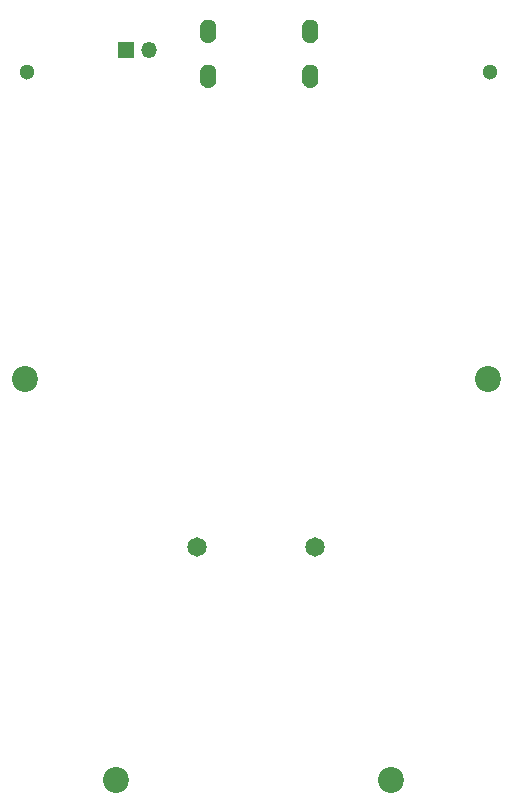
<source format=gbr>
G04 #@! TF.GenerationSoftware,KiCad,Pcbnew,7.0.5*
G04 #@! TF.CreationDate,2023-11-03T09:35:20+00:00*
G04 #@! TF.ProjectId,MaxTENS,4d617854-454e-4532-9e6b-696361645f70,rev?*
G04 #@! TF.SameCoordinates,Original*
G04 #@! TF.FileFunction,Soldermask,Bot*
G04 #@! TF.FilePolarity,Negative*
%FSLAX46Y46*%
G04 Gerber Fmt 4.6, Leading zero omitted, Abs format (unit mm)*
G04 Created by KiCad (PCBNEW 7.0.5) date 2023-11-03 09:35:20*
%MOMM*%
%LPD*%
G01*
G04 APERTURE LIST*
%ADD10C,0.010000*%
%ADD11C,2.200000*%
%ADD12C,1.300000*%
%ADD13C,1.650000*%
%ADD14R,1.350000X1.350000*%
%ADD15O,1.350000X1.350000*%
G04 APERTURE END LIST*
G04 #@! TO.C,J1*
D10*
X227904000Y-45651000D02*
X227938000Y-45654000D01*
X227972000Y-45658000D01*
X228005000Y-45664000D01*
X228038000Y-45672000D01*
X228071000Y-45682000D01*
X228103000Y-45693000D01*
X228134000Y-45706000D01*
X228165000Y-45721000D01*
X228195000Y-45737000D01*
X228224000Y-45755000D01*
X228252000Y-45774000D01*
X228279000Y-45795000D01*
X228305000Y-45817000D01*
X228330000Y-45840000D01*
X228353000Y-45865000D01*
X228375000Y-45891000D01*
X228396000Y-45918000D01*
X228415000Y-45946000D01*
X228433000Y-45975000D01*
X228449000Y-46005000D01*
X228464000Y-46036000D01*
X228477000Y-46067000D01*
X228488000Y-46099000D01*
X228498000Y-46132000D01*
X228506000Y-46165000D01*
X228512000Y-46198000D01*
X228516000Y-46232000D01*
X228519000Y-46266000D01*
X228520000Y-46300000D01*
X228520000Y-46900000D01*
X228519000Y-46934000D01*
X228516000Y-46968000D01*
X228512000Y-47002000D01*
X228506000Y-47035000D01*
X228498000Y-47068000D01*
X228488000Y-47101000D01*
X228477000Y-47133000D01*
X228464000Y-47164000D01*
X228449000Y-47195000D01*
X228433000Y-47225000D01*
X228415000Y-47254000D01*
X228396000Y-47282000D01*
X228375000Y-47309000D01*
X228353000Y-47335000D01*
X228330000Y-47360000D01*
X228305000Y-47383000D01*
X228279000Y-47405000D01*
X228252000Y-47426000D01*
X228224000Y-47445000D01*
X228195000Y-47463000D01*
X228165000Y-47479000D01*
X228134000Y-47494000D01*
X228103000Y-47507000D01*
X228071000Y-47518000D01*
X228038000Y-47528000D01*
X228005000Y-47536000D01*
X227972000Y-47542000D01*
X227938000Y-47546000D01*
X227904000Y-47549000D01*
X227870000Y-47550000D01*
X227836000Y-47549000D01*
X227802000Y-47546000D01*
X227768000Y-47542000D01*
X227735000Y-47536000D01*
X227702000Y-47528000D01*
X227669000Y-47518000D01*
X227637000Y-47507000D01*
X227606000Y-47494000D01*
X227575000Y-47479000D01*
X227545000Y-47463000D01*
X227516000Y-47445000D01*
X227488000Y-47426000D01*
X227461000Y-47405000D01*
X227435000Y-47383000D01*
X227410000Y-47360000D01*
X227387000Y-47335000D01*
X227365000Y-47309000D01*
X227344000Y-47282000D01*
X227325000Y-47254000D01*
X227307000Y-47225000D01*
X227291000Y-47195000D01*
X227276000Y-47164000D01*
X227263000Y-47133000D01*
X227252000Y-47101000D01*
X227242000Y-47068000D01*
X227234000Y-47035000D01*
X227228000Y-47002000D01*
X227224000Y-46968000D01*
X227221000Y-46934000D01*
X227220000Y-46900000D01*
X227220000Y-46300000D01*
X227221000Y-46266000D01*
X227224000Y-46232000D01*
X227228000Y-46198000D01*
X227234000Y-46165000D01*
X227242000Y-46132000D01*
X227252000Y-46099000D01*
X227263000Y-46067000D01*
X227276000Y-46036000D01*
X227291000Y-46005000D01*
X227307000Y-45975000D01*
X227325000Y-45946000D01*
X227344000Y-45918000D01*
X227365000Y-45891000D01*
X227387000Y-45865000D01*
X227410000Y-45840000D01*
X227435000Y-45817000D01*
X227461000Y-45795000D01*
X227488000Y-45774000D01*
X227516000Y-45755000D01*
X227545000Y-45737000D01*
X227575000Y-45721000D01*
X227606000Y-45706000D01*
X227637000Y-45693000D01*
X227669000Y-45682000D01*
X227702000Y-45672000D01*
X227735000Y-45664000D01*
X227768000Y-45658000D01*
X227802000Y-45654000D01*
X227836000Y-45651000D01*
X227870000Y-45650000D01*
X227904000Y-45651000D01*
G36*
X227904000Y-45651000D02*
G01*
X227938000Y-45654000D01*
X227972000Y-45658000D01*
X228005000Y-45664000D01*
X228038000Y-45672000D01*
X228071000Y-45682000D01*
X228103000Y-45693000D01*
X228134000Y-45706000D01*
X228165000Y-45721000D01*
X228195000Y-45737000D01*
X228224000Y-45755000D01*
X228252000Y-45774000D01*
X228279000Y-45795000D01*
X228305000Y-45817000D01*
X228330000Y-45840000D01*
X228353000Y-45865000D01*
X228375000Y-45891000D01*
X228396000Y-45918000D01*
X228415000Y-45946000D01*
X228433000Y-45975000D01*
X228449000Y-46005000D01*
X228464000Y-46036000D01*
X228477000Y-46067000D01*
X228488000Y-46099000D01*
X228498000Y-46132000D01*
X228506000Y-46165000D01*
X228512000Y-46198000D01*
X228516000Y-46232000D01*
X228519000Y-46266000D01*
X228520000Y-46300000D01*
X228520000Y-46900000D01*
X228519000Y-46934000D01*
X228516000Y-46968000D01*
X228512000Y-47002000D01*
X228506000Y-47035000D01*
X228498000Y-47068000D01*
X228488000Y-47101000D01*
X228477000Y-47133000D01*
X228464000Y-47164000D01*
X228449000Y-47195000D01*
X228433000Y-47225000D01*
X228415000Y-47254000D01*
X228396000Y-47282000D01*
X228375000Y-47309000D01*
X228353000Y-47335000D01*
X228330000Y-47360000D01*
X228305000Y-47383000D01*
X228279000Y-47405000D01*
X228252000Y-47426000D01*
X228224000Y-47445000D01*
X228195000Y-47463000D01*
X228165000Y-47479000D01*
X228134000Y-47494000D01*
X228103000Y-47507000D01*
X228071000Y-47518000D01*
X228038000Y-47528000D01*
X228005000Y-47536000D01*
X227972000Y-47542000D01*
X227938000Y-47546000D01*
X227904000Y-47549000D01*
X227870000Y-47550000D01*
X227836000Y-47549000D01*
X227802000Y-47546000D01*
X227768000Y-47542000D01*
X227735000Y-47536000D01*
X227702000Y-47528000D01*
X227669000Y-47518000D01*
X227637000Y-47507000D01*
X227606000Y-47494000D01*
X227575000Y-47479000D01*
X227545000Y-47463000D01*
X227516000Y-47445000D01*
X227488000Y-47426000D01*
X227461000Y-47405000D01*
X227435000Y-47383000D01*
X227410000Y-47360000D01*
X227387000Y-47335000D01*
X227365000Y-47309000D01*
X227344000Y-47282000D01*
X227325000Y-47254000D01*
X227307000Y-47225000D01*
X227291000Y-47195000D01*
X227276000Y-47164000D01*
X227263000Y-47133000D01*
X227252000Y-47101000D01*
X227242000Y-47068000D01*
X227234000Y-47035000D01*
X227228000Y-47002000D01*
X227224000Y-46968000D01*
X227221000Y-46934000D01*
X227220000Y-46900000D01*
X227220000Y-46300000D01*
X227221000Y-46266000D01*
X227224000Y-46232000D01*
X227228000Y-46198000D01*
X227234000Y-46165000D01*
X227242000Y-46132000D01*
X227252000Y-46099000D01*
X227263000Y-46067000D01*
X227276000Y-46036000D01*
X227291000Y-46005000D01*
X227307000Y-45975000D01*
X227325000Y-45946000D01*
X227344000Y-45918000D01*
X227365000Y-45891000D01*
X227387000Y-45865000D01*
X227410000Y-45840000D01*
X227435000Y-45817000D01*
X227461000Y-45795000D01*
X227488000Y-45774000D01*
X227516000Y-45755000D01*
X227545000Y-45737000D01*
X227575000Y-45721000D01*
X227606000Y-45706000D01*
X227637000Y-45693000D01*
X227669000Y-45682000D01*
X227702000Y-45672000D01*
X227735000Y-45664000D01*
X227768000Y-45658000D01*
X227802000Y-45654000D01*
X227836000Y-45651000D01*
X227870000Y-45650000D01*
X227904000Y-45651000D01*
G37*
X227904000Y-41851000D02*
X227938000Y-41854000D01*
X227972000Y-41858000D01*
X228005000Y-41864000D01*
X228038000Y-41872000D01*
X228071000Y-41882000D01*
X228103000Y-41893000D01*
X228134000Y-41906000D01*
X228165000Y-41921000D01*
X228195000Y-41937000D01*
X228224000Y-41955000D01*
X228252000Y-41974000D01*
X228279000Y-41995000D01*
X228305000Y-42017000D01*
X228330000Y-42040000D01*
X228353000Y-42065000D01*
X228375000Y-42091000D01*
X228396000Y-42118000D01*
X228415000Y-42146000D01*
X228433000Y-42175000D01*
X228449000Y-42205000D01*
X228464000Y-42236000D01*
X228477000Y-42267000D01*
X228488000Y-42299000D01*
X228498000Y-42332000D01*
X228506000Y-42365000D01*
X228512000Y-42398000D01*
X228516000Y-42432000D01*
X228519000Y-42466000D01*
X228520000Y-42500000D01*
X228520000Y-43100000D01*
X228519000Y-43134000D01*
X228516000Y-43168000D01*
X228512000Y-43202000D01*
X228506000Y-43235000D01*
X228498000Y-43268000D01*
X228488000Y-43301000D01*
X228477000Y-43333000D01*
X228464000Y-43364000D01*
X228449000Y-43395000D01*
X228433000Y-43425000D01*
X228415000Y-43454000D01*
X228396000Y-43482000D01*
X228375000Y-43509000D01*
X228353000Y-43535000D01*
X228330000Y-43560000D01*
X228305000Y-43583000D01*
X228279000Y-43605000D01*
X228252000Y-43626000D01*
X228224000Y-43645000D01*
X228195000Y-43663000D01*
X228165000Y-43679000D01*
X228134000Y-43694000D01*
X228103000Y-43707000D01*
X228071000Y-43718000D01*
X228038000Y-43728000D01*
X228005000Y-43736000D01*
X227972000Y-43742000D01*
X227938000Y-43746000D01*
X227904000Y-43749000D01*
X227870000Y-43750000D01*
X227836000Y-43749000D01*
X227802000Y-43746000D01*
X227768000Y-43742000D01*
X227735000Y-43736000D01*
X227702000Y-43728000D01*
X227669000Y-43718000D01*
X227637000Y-43707000D01*
X227606000Y-43694000D01*
X227575000Y-43679000D01*
X227545000Y-43663000D01*
X227516000Y-43645000D01*
X227488000Y-43626000D01*
X227461000Y-43605000D01*
X227435000Y-43583000D01*
X227410000Y-43560000D01*
X227387000Y-43535000D01*
X227365000Y-43509000D01*
X227344000Y-43482000D01*
X227325000Y-43454000D01*
X227307000Y-43425000D01*
X227291000Y-43395000D01*
X227276000Y-43364000D01*
X227263000Y-43333000D01*
X227252000Y-43301000D01*
X227242000Y-43268000D01*
X227234000Y-43235000D01*
X227228000Y-43202000D01*
X227224000Y-43168000D01*
X227221000Y-43134000D01*
X227220000Y-43100000D01*
X227220000Y-42500000D01*
X227221000Y-42466000D01*
X227224000Y-42432000D01*
X227228000Y-42398000D01*
X227234000Y-42365000D01*
X227242000Y-42332000D01*
X227252000Y-42299000D01*
X227263000Y-42267000D01*
X227276000Y-42236000D01*
X227291000Y-42205000D01*
X227307000Y-42175000D01*
X227325000Y-42146000D01*
X227344000Y-42118000D01*
X227365000Y-42091000D01*
X227387000Y-42065000D01*
X227410000Y-42040000D01*
X227435000Y-42017000D01*
X227461000Y-41995000D01*
X227488000Y-41974000D01*
X227516000Y-41955000D01*
X227545000Y-41937000D01*
X227575000Y-41921000D01*
X227606000Y-41906000D01*
X227637000Y-41893000D01*
X227669000Y-41882000D01*
X227702000Y-41872000D01*
X227735000Y-41864000D01*
X227768000Y-41858000D01*
X227802000Y-41854000D01*
X227836000Y-41851000D01*
X227870000Y-41850000D01*
X227904000Y-41851000D01*
G36*
X227904000Y-41851000D02*
G01*
X227938000Y-41854000D01*
X227972000Y-41858000D01*
X228005000Y-41864000D01*
X228038000Y-41872000D01*
X228071000Y-41882000D01*
X228103000Y-41893000D01*
X228134000Y-41906000D01*
X228165000Y-41921000D01*
X228195000Y-41937000D01*
X228224000Y-41955000D01*
X228252000Y-41974000D01*
X228279000Y-41995000D01*
X228305000Y-42017000D01*
X228330000Y-42040000D01*
X228353000Y-42065000D01*
X228375000Y-42091000D01*
X228396000Y-42118000D01*
X228415000Y-42146000D01*
X228433000Y-42175000D01*
X228449000Y-42205000D01*
X228464000Y-42236000D01*
X228477000Y-42267000D01*
X228488000Y-42299000D01*
X228498000Y-42332000D01*
X228506000Y-42365000D01*
X228512000Y-42398000D01*
X228516000Y-42432000D01*
X228519000Y-42466000D01*
X228520000Y-42500000D01*
X228520000Y-43100000D01*
X228519000Y-43134000D01*
X228516000Y-43168000D01*
X228512000Y-43202000D01*
X228506000Y-43235000D01*
X228498000Y-43268000D01*
X228488000Y-43301000D01*
X228477000Y-43333000D01*
X228464000Y-43364000D01*
X228449000Y-43395000D01*
X228433000Y-43425000D01*
X228415000Y-43454000D01*
X228396000Y-43482000D01*
X228375000Y-43509000D01*
X228353000Y-43535000D01*
X228330000Y-43560000D01*
X228305000Y-43583000D01*
X228279000Y-43605000D01*
X228252000Y-43626000D01*
X228224000Y-43645000D01*
X228195000Y-43663000D01*
X228165000Y-43679000D01*
X228134000Y-43694000D01*
X228103000Y-43707000D01*
X228071000Y-43718000D01*
X228038000Y-43728000D01*
X228005000Y-43736000D01*
X227972000Y-43742000D01*
X227938000Y-43746000D01*
X227904000Y-43749000D01*
X227870000Y-43750000D01*
X227836000Y-43749000D01*
X227802000Y-43746000D01*
X227768000Y-43742000D01*
X227735000Y-43736000D01*
X227702000Y-43728000D01*
X227669000Y-43718000D01*
X227637000Y-43707000D01*
X227606000Y-43694000D01*
X227575000Y-43679000D01*
X227545000Y-43663000D01*
X227516000Y-43645000D01*
X227488000Y-43626000D01*
X227461000Y-43605000D01*
X227435000Y-43583000D01*
X227410000Y-43560000D01*
X227387000Y-43535000D01*
X227365000Y-43509000D01*
X227344000Y-43482000D01*
X227325000Y-43454000D01*
X227307000Y-43425000D01*
X227291000Y-43395000D01*
X227276000Y-43364000D01*
X227263000Y-43333000D01*
X227252000Y-43301000D01*
X227242000Y-43268000D01*
X227234000Y-43235000D01*
X227228000Y-43202000D01*
X227224000Y-43168000D01*
X227221000Y-43134000D01*
X227220000Y-43100000D01*
X227220000Y-42500000D01*
X227221000Y-42466000D01*
X227224000Y-42432000D01*
X227228000Y-42398000D01*
X227234000Y-42365000D01*
X227242000Y-42332000D01*
X227252000Y-42299000D01*
X227263000Y-42267000D01*
X227276000Y-42236000D01*
X227291000Y-42205000D01*
X227307000Y-42175000D01*
X227325000Y-42146000D01*
X227344000Y-42118000D01*
X227365000Y-42091000D01*
X227387000Y-42065000D01*
X227410000Y-42040000D01*
X227435000Y-42017000D01*
X227461000Y-41995000D01*
X227488000Y-41974000D01*
X227516000Y-41955000D01*
X227545000Y-41937000D01*
X227575000Y-41921000D01*
X227606000Y-41906000D01*
X227637000Y-41893000D01*
X227669000Y-41882000D01*
X227702000Y-41872000D01*
X227735000Y-41864000D01*
X227768000Y-41858000D01*
X227802000Y-41854000D01*
X227836000Y-41851000D01*
X227870000Y-41850000D01*
X227904000Y-41851000D01*
G37*
X219264000Y-45651000D02*
X219298000Y-45654000D01*
X219332000Y-45658000D01*
X219365000Y-45664000D01*
X219398000Y-45672000D01*
X219431000Y-45682000D01*
X219463000Y-45693000D01*
X219494000Y-45706000D01*
X219525000Y-45721000D01*
X219555000Y-45737000D01*
X219584000Y-45755000D01*
X219612000Y-45774000D01*
X219639000Y-45795000D01*
X219665000Y-45817000D01*
X219690000Y-45840000D01*
X219713000Y-45865000D01*
X219735000Y-45891000D01*
X219756000Y-45918000D01*
X219775000Y-45946000D01*
X219793000Y-45975000D01*
X219809000Y-46005000D01*
X219824000Y-46036000D01*
X219837000Y-46067000D01*
X219848000Y-46099000D01*
X219858000Y-46132000D01*
X219866000Y-46165000D01*
X219872000Y-46198000D01*
X219876000Y-46232000D01*
X219879000Y-46266000D01*
X219880000Y-46300000D01*
X219880000Y-46900000D01*
X219879000Y-46934000D01*
X219876000Y-46968000D01*
X219872000Y-47002000D01*
X219866000Y-47035000D01*
X219858000Y-47068000D01*
X219848000Y-47101000D01*
X219837000Y-47133000D01*
X219824000Y-47164000D01*
X219809000Y-47195000D01*
X219793000Y-47225000D01*
X219775000Y-47254000D01*
X219756000Y-47282000D01*
X219735000Y-47309000D01*
X219713000Y-47335000D01*
X219690000Y-47360000D01*
X219665000Y-47383000D01*
X219639000Y-47405000D01*
X219612000Y-47426000D01*
X219584000Y-47445000D01*
X219555000Y-47463000D01*
X219525000Y-47479000D01*
X219494000Y-47494000D01*
X219463000Y-47507000D01*
X219431000Y-47518000D01*
X219398000Y-47528000D01*
X219365000Y-47536000D01*
X219332000Y-47542000D01*
X219298000Y-47546000D01*
X219264000Y-47549000D01*
X219230000Y-47550000D01*
X219196000Y-47549000D01*
X219162000Y-47546000D01*
X219128000Y-47542000D01*
X219095000Y-47536000D01*
X219062000Y-47528000D01*
X219029000Y-47518000D01*
X218997000Y-47507000D01*
X218966000Y-47494000D01*
X218935000Y-47479000D01*
X218905000Y-47463000D01*
X218876000Y-47445000D01*
X218848000Y-47426000D01*
X218821000Y-47405000D01*
X218795000Y-47383000D01*
X218770000Y-47360000D01*
X218747000Y-47335000D01*
X218725000Y-47309000D01*
X218704000Y-47282000D01*
X218685000Y-47254000D01*
X218667000Y-47225000D01*
X218651000Y-47195000D01*
X218636000Y-47164000D01*
X218623000Y-47133000D01*
X218612000Y-47101000D01*
X218602000Y-47068000D01*
X218594000Y-47035000D01*
X218588000Y-47002000D01*
X218584000Y-46968000D01*
X218581000Y-46934000D01*
X218580000Y-46900000D01*
X218580000Y-46300000D01*
X218581000Y-46266000D01*
X218584000Y-46232000D01*
X218588000Y-46198000D01*
X218594000Y-46165000D01*
X218602000Y-46132000D01*
X218612000Y-46099000D01*
X218623000Y-46067000D01*
X218636000Y-46036000D01*
X218651000Y-46005000D01*
X218667000Y-45975000D01*
X218685000Y-45946000D01*
X218704000Y-45918000D01*
X218725000Y-45891000D01*
X218747000Y-45865000D01*
X218770000Y-45840000D01*
X218795000Y-45817000D01*
X218821000Y-45795000D01*
X218848000Y-45774000D01*
X218876000Y-45755000D01*
X218905000Y-45737000D01*
X218935000Y-45721000D01*
X218966000Y-45706000D01*
X218997000Y-45693000D01*
X219029000Y-45682000D01*
X219062000Y-45672000D01*
X219095000Y-45664000D01*
X219128000Y-45658000D01*
X219162000Y-45654000D01*
X219196000Y-45651000D01*
X219230000Y-45650000D01*
X219264000Y-45651000D01*
G36*
X219264000Y-45651000D02*
G01*
X219298000Y-45654000D01*
X219332000Y-45658000D01*
X219365000Y-45664000D01*
X219398000Y-45672000D01*
X219431000Y-45682000D01*
X219463000Y-45693000D01*
X219494000Y-45706000D01*
X219525000Y-45721000D01*
X219555000Y-45737000D01*
X219584000Y-45755000D01*
X219612000Y-45774000D01*
X219639000Y-45795000D01*
X219665000Y-45817000D01*
X219690000Y-45840000D01*
X219713000Y-45865000D01*
X219735000Y-45891000D01*
X219756000Y-45918000D01*
X219775000Y-45946000D01*
X219793000Y-45975000D01*
X219809000Y-46005000D01*
X219824000Y-46036000D01*
X219837000Y-46067000D01*
X219848000Y-46099000D01*
X219858000Y-46132000D01*
X219866000Y-46165000D01*
X219872000Y-46198000D01*
X219876000Y-46232000D01*
X219879000Y-46266000D01*
X219880000Y-46300000D01*
X219880000Y-46900000D01*
X219879000Y-46934000D01*
X219876000Y-46968000D01*
X219872000Y-47002000D01*
X219866000Y-47035000D01*
X219858000Y-47068000D01*
X219848000Y-47101000D01*
X219837000Y-47133000D01*
X219824000Y-47164000D01*
X219809000Y-47195000D01*
X219793000Y-47225000D01*
X219775000Y-47254000D01*
X219756000Y-47282000D01*
X219735000Y-47309000D01*
X219713000Y-47335000D01*
X219690000Y-47360000D01*
X219665000Y-47383000D01*
X219639000Y-47405000D01*
X219612000Y-47426000D01*
X219584000Y-47445000D01*
X219555000Y-47463000D01*
X219525000Y-47479000D01*
X219494000Y-47494000D01*
X219463000Y-47507000D01*
X219431000Y-47518000D01*
X219398000Y-47528000D01*
X219365000Y-47536000D01*
X219332000Y-47542000D01*
X219298000Y-47546000D01*
X219264000Y-47549000D01*
X219230000Y-47550000D01*
X219196000Y-47549000D01*
X219162000Y-47546000D01*
X219128000Y-47542000D01*
X219095000Y-47536000D01*
X219062000Y-47528000D01*
X219029000Y-47518000D01*
X218997000Y-47507000D01*
X218966000Y-47494000D01*
X218935000Y-47479000D01*
X218905000Y-47463000D01*
X218876000Y-47445000D01*
X218848000Y-47426000D01*
X218821000Y-47405000D01*
X218795000Y-47383000D01*
X218770000Y-47360000D01*
X218747000Y-47335000D01*
X218725000Y-47309000D01*
X218704000Y-47282000D01*
X218685000Y-47254000D01*
X218667000Y-47225000D01*
X218651000Y-47195000D01*
X218636000Y-47164000D01*
X218623000Y-47133000D01*
X218612000Y-47101000D01*
X218602000Y-47068000D01*
X218594000Y-47035000D01*
X218588000Y-47002000D01*
X218584000Y-46968000D01*
X218581000Y-46934000D01*
X218580000Y-46900000D01*
X218580000Y-46300000D01*
X218581000Y-46266000D01*
X218584000Y-46232000D01*
X218588000Y-46198000D01*
X218594000Y-46165000D01*
X218602000Y-46132000D01*
X218612000Y-46099000D01*
X218623000Y-46067000D01*
X218636000Y-46036000D01*
X218651000Y-46005000D01*
X218667000Y-45975000D01*
X218685000Y-45946000D01*
X218704000Y-45918000D01*
X218725000Y-45891000D01*
X218747000Y-45865000D01*
X218770000Y-45840000D01*
X218795000Y-45817000D01*
X218821000Y-45795000D01*
X218848000Y-45774000D01*
X218876000Y-45755000D01*
X218905000Y-45737000D01*
X218935000Y-45721000D01*
X218966000Y-45706000D01*
X218997000Y-45693000D01*
X219029000Y-45682000D01*
X219062000Y-45672000D01*
X219095000Y-45664000D01*
X219128000Y-45658000D01*
X219162000Y-45654000D01*
X219196000Y-45651000D01*
X219230000Y-45650000D01*
X219264000Y-45651000D01*
G37*
X219264000Y-41851000D02*
X219298000Y-41854000D01*
X219332000Y-41858000D01*
X219365000Y-41864000D01*
X219398000Y-41872000D01*
X219431000Y-41882000D01*
X219463000Y-41893000D01*
X219494000Y-41906000D01*
X219525000Y-41921000D01*
X219555000Y-41937000D01*
X219584000Y-41955000D01*
X219612000Y-41974000D01*
X219639000Y-41995000D01*
X219665000Y-42017000D01*
X219690000Y-42040000D01*
X219713000Y-42065000D01*
X219735000Y-42091000D01*
X219756000Y-42118000D01*
X219775000Y-42146000D01*
X219793000Y-42175000D01*
X219809000Y-42205000D01*
X219824000Y-42236000D01*
X219837000Y-42267000D01*
X219848000Y-42299000D01*
X219858000Y-42332000D01*
X219866000Y-42365000D01*
X219872000Y-42398000D01*
X219876000Y-42432000D01*
X219879000Y-42466000D01*
X219880000Y-42500000D01*
X219880000Y-43100000D01*
X219879000Y-43134000D01*
X219876000Y-43168000D01*
X219872000Y-43202000D01*
X219866000Y-43235000D01*
X219858000Y-43268000D01*
X219848000Y-43301000D01*
X219837000Y-43333000D01*
X219824000Y-43364000D01*
X219809000Y-43395000D01*
X219793000Y-43425000D01*
X219775000Y-43454000D01*
X219756000Y-43482000D01*
X219735000Y-43509000D01*
X219713000Y-43535000D01*
X219690000Y-43560000D01*
X219665000Y-43583000D01*
X219639000Y-43605000D01*
X219612000Y-43626000D01*
X219584000Y-43645000D01*
X219555000Y-43663000D01*
X219525000Y-43679000D01*
X219494000Y-43694000D01*
X219463000Y-43707000D01*
X219431000Y-43718000D01*
X219398000Y-43728000D01*
X219365000Y-43736000D01*
X219332000Y-43742000D01*
X219298000Y-43746000D01*
X219264000Y-43749000D01*
X219230000Y-43750000D01*
X219196000Y-43749000D01*
X219162000Y-43746000D01*
X219128000Y-43742000D01*
X219095000Y-43736000D01*
X219062000Y-43728000D01*
X219029000Y-43718000D01*
X218997000Y-43707000D01*
X218966000Y-43694000D01*
X218935000Y-43679000D01*
X218905000Y-43663000D01*
X218876000Y-43645000D01*
X218848000Y-43626000D01*
X218821000Y-43605000D01*
X218795000Y-43583000D01*
X218770000Y-43560000D01*
X218747000Y-43535000D01*
X218725000Y-43509000D01*
X218704000Y-43482000D01*
X218685000Y-43454000D01*
X218667000Y-43425000D01*
X218651000Y-43395000D01*
X218636000Y-43364000D01*
X218623000Y-43333000D01*
X218612000Y-43301000D01*
X218602000Y-43268000D01*
X218594000Y-43235000D01*
X218588000Y-43202000D01*
X218584000Y-43168000D01*
X218581000Y-43134000D01*
X218580000Y-43100000D01*
X218580000Y-42500000D01*
X218581000Y-42466000D01*
X218584000Y-42432000D01*
X218588000Y-42398000D01*
X218594000Y-42365000D01*
X218602000Y-42332000D01*
X218612000Y-42299000D01*
X218623000Y-42267000D01*
X218636000Y-42236000D01*
X218651000Y-42205000D01*
X218667000Y-42175000D01*
X218685000Y-42146000D01*
X218704000Y-42118000D01*
X218725000Y-42091000D01*
X218747000Y-42065000D01*
X218770000Y-42040000D01*
X218795000Y-42017000D01*
X218821000Y-41995000D01*
X218848000Y-41974000D01*
X218876000Y-41955000D01*
X218905000Y-41937000D01*
X218935000Y-41921000D01*
X218966000Y-41906000D01*
X218997000Y-41893000D01*
X219029000Y-41882000D01*
X219062000Y-41872000D01*
X219095000Y-41864000D01*
X219128000Y-41858000D01*
X219162000Y-41854000D01*
X219196000Y-41851000D01*
X219230000Y-41850000D01*
X219264000Y-41851000D01*
G36*
X219264000Y-41851000D02*
G01*
X219298000Y-41854000D01*
X219332000Y-41858000D01*
X219365000Y-41864000D01*
X219398000Y-41872000D01*
X219431000Y-41882000D01*
X219463000Y-41893000D01*
X219494000Y-41906000D01*
X219525000Y-41921000D01*
X219555000Y-41937000D01*
X219584000Y-41955000D01*
X219612000Y-41974000D01*
X219639000Y-41995000D01*
X219665000Y-42017000D01*
X219690000Y-42040000D01*
X219713000Y-42065000D01*
X219735000Y-42091000D01*
X219756000Y-42118000D01*
X219775000Y-42146000D01*
X219793000Y-42175000D01*
X219809000Y-42205000D01*
X219824000Y-42236000D01*
X219837000Y-42267000D01*
X219848000Y-42299000D01*
X219858000Y-42332000D01*
X219866000Y-42365000D01*
X219872000Y-42398000D01*
X219876000Y-42432000D01*
X219879000Y-42466000D01*
X219880000Y-42500000D01*
X219880000Y-43100000D01*
X219879000Y-43134000D01*
X219876000Y-43168000D01*
X219872000Y-43202000D01*
X219866000Y-43235000D01*
X219858000Y-43268000D01*
X219848000Y-43301000D01*
X219837000Y-43333000D01*
X219824000Y-43364000D01*
X219809000Y-43395000D01*
X219793000Y-43425000D01*
X219775000Y-43454000D01*
X219756000Y-43482000D01*
X219735000Y-43509000D01*
X219713000Y-43535000D01*
X219690000Y-43560000D01*
X219665000Y-43583000D01*
X219639000Y-43605000D01*
X219612000Y-43626000D01*
X219584000Y-43645000D01*
X219555000Y-43663000D01*
X219525000Y-43679000D01*
X219494000Y-43694000D01*
X219463000Y-43707000D01*
X219431000Y-43718000D01*
X219398000Y-43728000D01*
X219365000Y-43736000D01*
X219332000Y-43742000D01*
X219298000Y-43746000D01*
X219264000Y-43749000D01*
X219230000Y-43750000D01*
X219196000Y-43749000D01*
X219162000Y-43746000D01*
X219128000Y-43742000D01*
X219095000Y-43736000D01*
X219062000Y-43728000D01*
X219029000Y-43718000D01*
X218997000Y-43707000D01*
X218966000Y-43694000D01*
X218935000Y-43679000D01*
X218905000Y-43663000D01*
X218876000Y-43645000D01*
X218848000Y-43626000D01*
X218821000Y-43605000D01*
X218795000Y-43583000D01*
X218770000Y-43560000D01*
X218747000Y-43535000D01*
X218725000Y-43509000D01*
X218704000Y-43482000D01*
X218685000Y-43454000D01*
X218667000Y-43425000D01*
X218651000Y-43395000D01*
X218636000Y-43364000D01*
X218623000Y-43333000D01*
X218612000Y-43301000D01*
X218602000Y-43268000D01*
X218594000Y-43235000D01*
X218588000Y-43202000D01*
X218584000Y-43168000D01*
X218581000Y-43134000D01*
X218580000Y-43100000D01*
X218580000Y-42500000D01*
X218581000Y-42466000D01*
X218584000Y-42432000D01*
X218588000Y-42398000D01*
X218594000Y-42365000D01*
X218602000Y-42332000D01*
X218612000Y-42299000D01*
X218623000Y-42267000D01*
X218636000Y-42236000D01*
X218651000Y-42205000D01*
X218667000Y-42175000D01*
X218685000Y-42146000D01*
X218704000Y-42118000D01*
X218725000Y-42091000D01*
X218747000Y-42065000D01*
X218770000Y-42040000D01*
X218795000Y-42017000D01*
X218821000Y-41995000D01*
X218848000Y-41974000D01*
X218876000Y-41955000D01*
X218905000Y-41937000D01*
X218935000Y-41921000D01*
X218966000Y-41906000D01*
X218997000Y-41893000D01*
X219029000Y-41882000D01*
X219062000Y-41872000D01*
X219095000Y-41864000D01*
X219128000Y-41858000D01*
X219162000Y-41854000D01*
X219196000Y-41851000D01*
X219230000Y-41850000D01*
X219264000Y-41851000D01*
G37*
G04 #@! TD*
D11*
G04 #@! TO.C,H2*
X203780000Y-72310000D03*
G04 #@! TD*
G04 #@! TO.C,H3*
X211475000Y-106200000D03*
G04 #@! TD*
G04 #@! TO.C,H1*
X242975000Y-72275000D03*
G04 #@! TD*
D12*
G04 #@! TO.C,J7*
X243100000Y-46305000D03*
G04 #@! TD*
D13*
G04 #@! TO.C,J4*
X218318500Y-86529000D03*
X228351500Y-86529000D03*
G04 #@! TD*
D11*
G04 #@! TO.C,H4*
X234750000Y-106200000D03*
G04 #@! TD*
D12*
G04 #@! TO.C,J2*
X203950000Y-46305000D03*
G04 #@! TD*
D14*
G04 #@! TO.C,J6*
X212300000Y-44450000D03*
D15*
X214300000Y-44450000D03*
G04 #@! TD*
M02*

</source>
